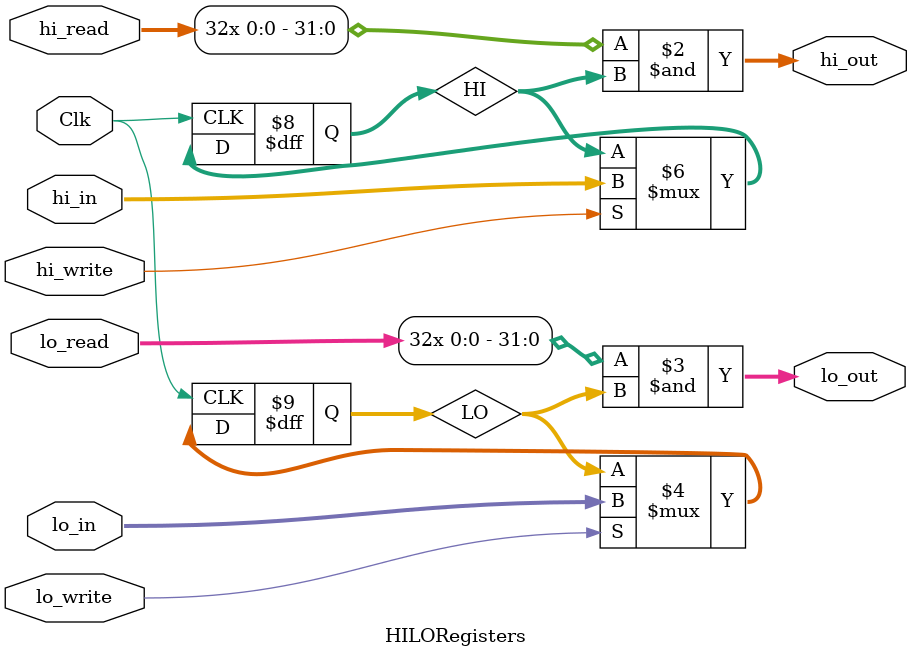
<source format=v>
`timescale 1ns / 1ps


module HILORegisters(
    Clk,
    hi_in,
    lo_in,
    hi_out,
    lo_out,
    hi_read,
    lo_read,
    hi_write,
    lo_write
    );
    input [31:0] hi_in, lo_in;
    input Clk, hi_read, hi_write, lo_read, lo_write;
    reg [31:0] HI, LO;
    output [31:0] hi_out, lo_out;
     
    always@(posedge Clk) begin
        if(hi_write) HI <= hi_in;
        if(lo_write) LO <= lo_in;
    end
    assign hi_out = {32{hi_read}} & HI;
    assign lo_out = {32{lo_read}} & LO;
     
endmodule

</source>
